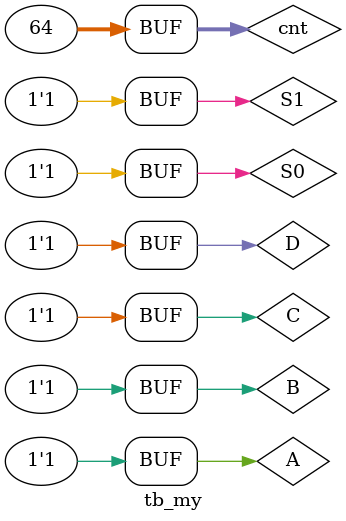
<source format=v>
`timescale 1ns/1ns

module tb_my;
    reg A, B, C, D, S0, S1;
    
    wire OUT;

    integer cnt;

    four_to_one_mux_dataflow_module four_to_one_mux_dataflow(.a(A), .b(B), .c(C), .d(D), .s0(S0), .s1(S1), .out(OUT));
    four_to_one_mux_gatelevel_module four_to_one_mux_gatelevel(.a(A), .b(B), .c(C), .d(D), .s0(S0), .s1(S1), .out(OUT));
    four_to_one_mux_gatelevel_module four_to_one_mux_behavioral(.a(A), .b(B), .c(C), .d(D), .s0(S0), .s1(S1), .out(OUT));

    initial
    begin
        for (cnt = 0; cnt < 64; cnt = cnt + 1)
            #10 {S1, S0, A, B, C, D} = cnt;
    end

endmodule
</source>
